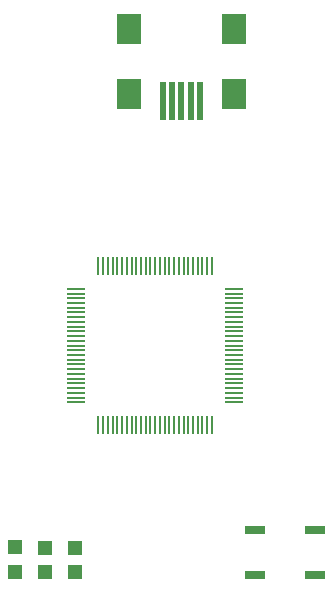
<source format=gbr>
G04 EAGLE Gerber RS-274X export*
G75*
%MOMM*%
%FSLAX34Y34*%
%LPD*%
%INSolderpaste Top*%
%IPPOS*%
%AMOC8*
5,1,8,0,0,1.08239X$1,22.5*%
G01*
%ADD10R,0.230000X1.500000*%
%ADD11R,1.500000X0.230000*%
%ADD12R,2.000000X2.500000*%
%ADD13R,0.500000X3.300000*%
%ADD14R,1.200000X1.200000*%
%ADD15R,1.651000X0.762000*%


D10*
X167265Y135946D03*
X171265Y135946D03*
X175265Y135946D03*
X179265Y135946D03*
X183265Y135946D03*
X187265Y135946D03*
X191265Y135946D03*
X195265Y135946D03*
X199265Y135946D03*
X203265Y135946D03*
X207265Y135946D03*
X211265Y135946D03*
X215265Y135946D03*
X219265Y135946D03*
X223265Y135946D03*
X227265Y135946D03*
X231265Y135946D03*
X235265Y135946D03*
X239265Y135946D03*
X243265Y135946D03*
X247265Y135946D03*
X251265Y135946D03*
X255265Y135946D03*
X259265Y135946D03*
X263265Y135946D03*
D11*
X282265Y154946D03*
X282265Y158946D03*
X282265Y162946D03*
X282265Y166946D03*
X282265Y170946D03*
X282265Y174946D03*
X282265Y178946D03*
X282265Y182946D03*
X282265Y186946D03*
X282265Y190946D03*
X282265Y194946D03*
X282265Y198946D03*
X282265Y202946D03*
X282265Y206946D03*
X282265Y210946D03*
X282265Y214946D03*
X282265Y218946D03*
X282265Y222946D03*
X282265Y226946D03*
X282265Y230946D03*
X282265Y234946D03*
X282265Y238946D03*
X282265Y242946D03*
X282265Y246946D03*
X282265Y250946D03*
D10*
X263265Y269946D03*
X259265Y269946D03*
X255265Y269946D03*
X251265Y269946D03*
X247265Y269946D03*
X243265Y269946D03*
X239265Y269946D03*
X235265Y269946D03*
X231265Y269946D03*
X227265Y269946D03*
X223265Y269946D03*
X219265Y269946D03*
X215265Y269946D03*
X211265Y269946D03*
X207265Y269946D03*
X203265Y269946D03*
X199265Y269946D03*
X195265Y269946D03*
X191265Y269946D03*
X187265Y269946D03*
X183265Y269946D03*
X179265Y269946D03*
X175265Y269946D03*
X171265Y269946D03*
X167265Y269946D03*
D11*
X148265Y250946D03*
X148265Y246946D03*
X148265Y242946D03*
X148265Y238946D03*
X148265Y234946D03*
X148265Y230946D03*
X148265Y226946D03*
X148265Y222946D03*
X148265Y218946D03*
X148265Y214946D03*
X148265Y210946D03*
X148265Y206946D03*
X148265Y202946D03*
X148265Y198946D03*
X148265Y194946D03*
X148265Y190946D03*
X148265Y186946D03*
X148265Y182946D03*
X148265Y178946D03*
X148265Y174946D03*
X148265Y170946D03*
X148265Y166946D03*
X148265Y162946D03*
X148265Y158946D03*
X148265Y154946D03*
D12*
X192990Y416071D03*
X281990Y416071D03*
X192990Y471071D03*
X281990Y471071D03*
D13*
X237490Y410071D03*
X229490Y410071D03*
X245490Y410071D03*
X253490Y410071D03*
X221490Y410071D03*
D14*
X96586Y11090D03*
X96586Y32090D03*
X121667Y10898D03*
X121667Y31898D03*
X147256Y10835D03*
X147256Y31835D03*
D15*
X299593Y46482D03*
X350393Y46482D03*
X299593Y8382D03*
X350393Y8382D03*
M02*

</source>
